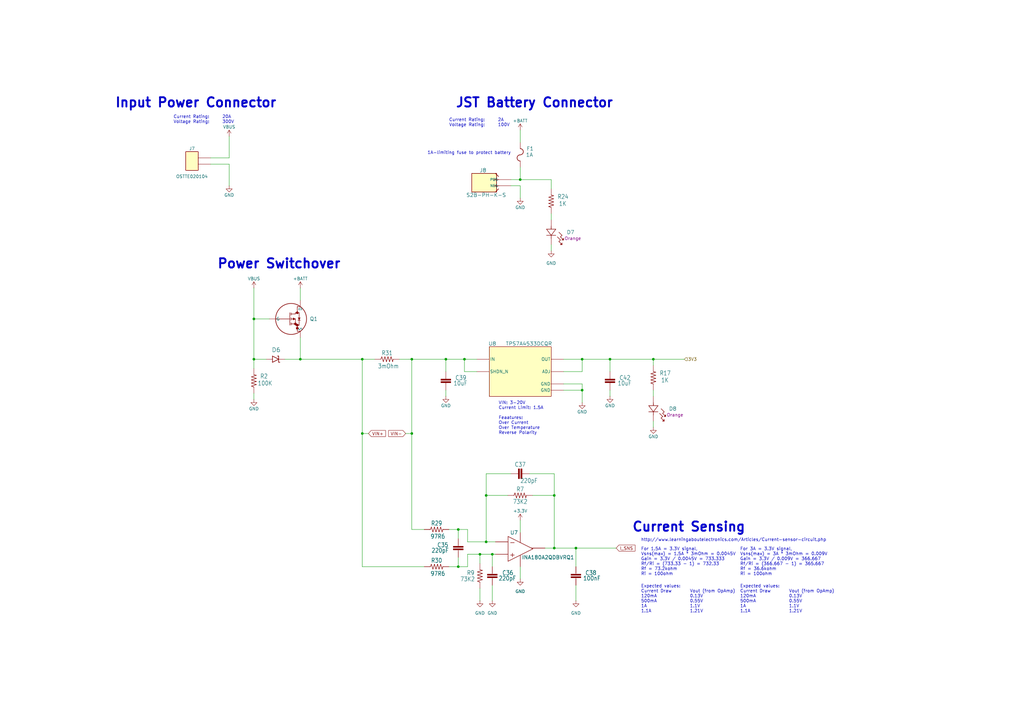
<source format=kicad_sch>
(kicad_sch (version 20250114) (generator "eeschema") (generator_version "9.0")
  (paper "A3")
  (title_block (title "Input Power") (date "2025-04-10") (rev "4") (company "B. Lantau") (comment 1 "PN: 4D083-4258-004"))
  (lib_symbols
    (symbol "C_Ceramic_0603_CL:C_0603_100nF" (pin_numbers (hide yes)) (pin_names (hide yes))
      (property "Reference" "C" (at -0.8599 2.4455 0))
      (property "Value" "100nF" (at -2.0411 -4.699 0))
      (symbol "C_0603_100nF_1_0"
        (polyline (pts (xy -1.27 0) (xy -0.762 0)) (stroke (width 0.1524)))
        (rectangle (start -0.762 -2.032) (end -0.254 2.032) (fill (type outline)))
        (rectangle (start 0.762 -2.032) (end 0.254 2.032) (fill (type outline)))
        (polyline (pts (xy 1.27 0) (xy 0.762 0)) (stroke (width 0.1524)))
        (pin passive line (at -3.81 0 0) (length 2.54) (name "1") (number "1"))
        (pin passive line (at 3.81 0 180) (length 2.54) (name "2") (number "2"))
      )
    )
    (symbol "C_Ceramic_0603_CL:C_0603_10uF" (pin_numbers (hide yes)) (pin_names (hide yes))
      (property "Reference" "C" (at -0.8599 2.4455 0))
      (property "Value" "10uF" (at -2.0411 -4.699 0))
      (symbol "C_0603_10uF_1_0"
        (polyline (pts (xy -1.27 0) (xy -0.762 0)) (stroke (width 0.1524)))
        (rectangle (start -0.762 -2.032) (end -0.254 2.032) (fill (type outline)))
        (rectangle (start 0.762 -2.032) (end 0.254 2.032) (fill (type outline)))
        (polyline (pts (xy 1.27 0) (xy 0.762 0)) (stroke (width 0.1524)))
        (pin passive line (at -3.81 0 0) (length 2.54) (name "1") (number "1"))
        (pin passive line (at 3.81 0 180) (length 2.54) (name "2") (number "2"))
      )
    )
    (symbol "C_Ceramic_0603_CL:C_0603_220pF" (pin_numbers (hide yes)) (pin_names (hide yes))
      (property "Reference" "C" (at -0.8599 2.4455 0))
      (property "Value" "220pF" (at -2.0411 -4.699 0))
      (symbol "C_0603_220pF_1_0"
        (polyline (pts (xy -1.27 0) (xy -0.762 0)) (stroke (width 0.1524)))
        (rectangle (start -0.762 -2.032) (end -0.254 2.032) (fill (type outline)))
        (rectangle (start 0.762 -2.032) (end 0.254 2.032) (fill (type outline)))
        (polyline (pts (xy 1.27 0) (xy 0.762 0)) (stroke (width 0.1524)))
        (pin passive line (at -3.81 0 0) (length 2.54) (name "1") (number "1"))
        (pin passive line (at 3.81 0 180) (length 2.54) (name "2") (number "2"))
      )
    )
    (symbol "Circuit Protection:MF-FSMF050X-2 " (pin_numbers (hide yes)) (pin_names (offset 0.254) (hide yes))
      (property "Reference" "F" (at 0 3.175 0))
      (property "Value" "1A" (at 0 -3.175 0))
      (symbol "MF-FSMF050X-2 _0_1"
        (arc (start -2.54 0) (mid -1.27 1.2645) (end 0 0) (stroke (width 0.254)))
        (arc (start 2.54 0) (mid 1.27 -1.2645) (end 0 0) (stroke (width 0.254)))
        (pin passive line (at -5.08 0 0) (length 2.54) (name "1") (number "1"))
        (pin passive line (at 5.08 0 180) (length 2.54) (name "2") (number "2"))
      )
    )
    (symbol "Connectors - Battery:S2B-PH-K-S" (pin_numbers (hide yes)) (pin_names (offset 0.254))
      (property "Reference" "J" (at 10.16 3.81 0))
      (property "Value" "S2B-PH-K-S" (at 10.16 -7.62 0))
      (symbol "S2B-PH-K-S_0_0"
        (polyline (pts (xy 5.08 1.27) (xy 6.35 2.54)) (stroke (width 0.254)))
        (polyline (pts (xy 5.08 0) (xy 6.985 0)) (stroke (width 0.254)))
        (polyline (pts (xy 5.08 -2.54) (xy 6.985 -2.54)) (stroke (width 0.254)))
        (polyline (pts (xy 5.08 -3.81) (xy 6.35 -5.08)) (stroke (width 0.254)))
        (rectangle (start 5.8737 2.54) (end 16.0338 -5.08) (stroke (width 0.254)) (fill (type background)))
      )
      (symbol "S2B-PH-K-S_1_0"
        (pin passive line (at 0 0 0) (length 5.08) (name "NEG") (number "2"))
        (pin passive line (at 0 -2.54 0) (length 5.08) (name "POS") (number "1"))
      )
      (symbol "S2B-PH-K-S_1_2"
        (polyline (pts (xy 5.08 2.54) (xy 5.08 -5.08)) (stroke (width 0.127)))
        (polyline (pts (xy 5.08 -5.08) (xy 12.7 -5.08)) (stroke (width 0.127)))
        (polyline (pts (xy 7.62 0) (xy 5.08 0)) (stroke (width 0.127)))
        (polyline (pts (xy 7.62 0) (xy 8.89 0.8467)) (stroke (width 0.127)))
        (polyline (pts (xy 7.62 0) (xy 8.89 -0.8467)) (stroke (width 0.127)))
        (polyline (pts (xy 7.62 -2.54) (xy 5.08 -2.54)) (stroke (width 0.127)))
        (polyline (pts (xy 7.62 -2.54) (xy 8.89 -1.6933)) (stroke (width 0.127)))
        (polyline (pts (xy 7.62 -2.54) (xy 8.89 -3.3867)) (stroke (width 0.127)))
        (polyline (pts (xy 12.7 2.54) (xy 5.08 2.54)) (stroke (width 0.127)))
        (polyline (pts (xy 12.7 -5.08) (xy 12.7 2.54)) (stroke (width 0.127)))
        (pin unspecified line (at 0 0 0) (length 5.08) (name "1") (number "1"))
        (pin unspecified line (at 0 -2.54 0) (length 5.08) (name "2") (number "2"))
      )
    )
    (symbol "Diodes:LED_0603_Orange" (pin_numbers (hide yes)) (pin_names (hide yes))
      (property "Reference" "D" (at 0 5.08 0))
      (property "Color" "Orange" (at 0 -16.51 0))
      (symbol "LED_0603_Orange_1_1"
        (polyline (pts (xy -2.54 0) (xy -1.6002 0)) (stroke (width 0.2032)))
        (polyline (pts (xy -1.905 0) (xy -1.27 0)) (stroke (width 0.2032)))
        (polyline (pts (xy -1.27 1.905) (xy -1.27 -1.905)) (stroke (width 0.2032)))
        (polyline (pts (xy -1.27 -1.905) (xy 1.27 0)) (stroke (width 0.2032)))
        (polyline (pts (xy 0 3.175) (xy 1.27 4.445)) (stroke (width 0.2032)))
        (polyline (pts (xy 1.27 4.445) (xy 1.905 3.81)) (stroke (width 0.2032)))
        (polyline (pts (xy 1.27 0) (xy -1.27 1.905)) (stroke (width 0.2032)))
        (polyline (pts (xy 1.27 0) (xy 2.54 0)) (stroke (width 0.2032)))
        (polyline (pts (xy 1.27 -1.905) (xy 1.27 1.905)) (stroke (width 0.2032)))
        (polyline (pts (xy 1.905 3.81) (xy 3.175 5.08)) (stroke (width 0.2032)))
        (polyline (pts (xy 1.905 2.54) (xy 3.175 3.81)) (stroke (width 0.2032)))
        (polyline (pts (xy 2.54 5.08) (xy 3.175 4.445)) (stroke (width 0.2032)))
        (polyline (pts (xy 3.175 5.08) (xy 2.54 5.08)) (stroke (width 0.2032)))
        (polyline (pts (xy 3.175 4.445) (xy 3.175 5.08)) (stroke (width 0.2032)))
        (polyline (pts (xy 3.175 3.81) (xy 3.81 3.175)) (stroke (width 0.2032)))
        (polyline (pts (xy 3.81 3.175) (xy 5.08 4.445)) (stroke (width 0.2032)))
        (polyline (pts (xy 4.445 4.445) (xy 5.08 3.81)) (stroke (width 0.2032)))
        (polyline (pts (xy 5.08 4.445) (xy 4.445 4.445)) (stroke (width 0.2032)))
        (polyline (pts (xy 5.08 3.81) (xy 5.08 4.445)) (stroke (width 0.2032)))
        (pin passive line (at -5.08 0 0) (length 2.54) (name "2") (number "2"))
        (pin passive line (at 5.08 0 180) (length 2.54) (name "1") (number "1"))
      )
    )
    (symbol "Diodes:SK54AHE3-LTP" (pin_numbers (hide yes)) (pin_names (hide yes))
      (property "Reference" "D" (at -1.27 2.54 0))
      (symbol "SK54AHE3-LTP_1_0"
        (polyline (pts (xy -2.54 1.27) (xy -2.54 -1.27)) (stroke (width 0.254)))
        (polyline (pts (xy -2.54 1.27) (xy 0 0)) (stroke (width 0.254)))
        (polyline (pts (xy 0 1.27) (xy -0.4823 1.2703)) (stroke (width 0.254)))
        (polyline (pts (xy 0 1.27) (xy 0 0)) (stroke (width 0.254)))
        (polyline (pts (xy 0 0) (xy -2.54 -1.27)) (stroke (width 0.254)))
        (polyline (pts (xy 0 0) (xy 0 -1.27)) (stroke (width 0.254)))
        (polyline (pts (xy 0 -1.27) (xy 0.4823 -1.2703)) (stroke (width 0.254)))
        (pin passive line (at -5.08 0 0) (length 2.54) (name "2") (number "2"))
        (pin passive line (at 2.54 0 180) (length 2.54) (name "1") (number "1"))
      )
    )
    (symbol "IC - Regulators (Linear):TPS7A4533DCQR" (pin_numbers (hide yes)) (pin_names (offset 0.254))
      (property "Reference" "U" (at 5.842 6.35 0))
      (property "Value" "TPS7A4533DCQR" (at 21.336 6.35 0))
      (symbol "TPS7A4533DCQR_1_1"
        (rectangle (start 5.08 5.08) (end 30.48 -15.24) (stroke (width 0.2032)) (fill (type background)))
        (pin power_in line (at 0 0 0) (length 5.08) (name "IN") (number "2"))
        (pin passive line (at 0 -5.08 0) (length 5.08) (name "SHDN_N") (number "1"))
        (pin power_out line (at 35.56 0 180) (length 5.08) (name "OUT") (number "4"))
        (pin passive line (at 35.56 -5.08 180) (length 5.08) (name "ADJ") (number "5"))
        (pin passive line (at 35.56 -10.16 180) (length 5.08) (name "GND") (number "3"))
        (pin passive line (at 35.56 -12.7 180) (length 5.08) (name "GND") (number "6"))
      )
    )
    (symbol "Op-Amps:INA180A2QDBVRQ1" (pin_numbers (hide yes)) (pin_names (offset 0.254) (hide yes))
      (property "Reference" "U" (at -2.54 6.35 0))
      (property "Value" "INA180A2QDBVRQ1" (at 12.7 -3.81 0))
      (symbol "INA180A2QDBVRQ1_0_1"
        (polyline (pts (xy -4.9787 4.7601) (xy -4.9787 -5.3999)) (stroke (width 0.2032)))
        (polyline (pts (xy -4.9787 4.7601) (xy 5.1813 -0.3199)) (stroke (width 0.2032)))
        (polyline (pts (xy -4.9787 -5.3999) (xy 5.1813 -0.3199)) (stroke (width 0.2032)))
        (polyline (pts (xy -3.9627 2.2201) (xy -2.4387 2.2201)) (stroke (width 0.2032)))
        (polyline (pts (xy -3.9627 -2.8599) (xy -2.4387 -2.8599)) (stroke (width 0.2032)))
        (polyline (pts (xy -3.2007 -2.0979) (xy -3.2007 -3.6219)) (stroke (width 0.2032)))
        (pin passive line (at -10.16 2.54 0) (length 5.08) (name "IN-") (number "4"))
        (pin passive line (at -10.16 -2.54 0) (length 5.08) (name "IN+") (number "3"))
        (pin passive line (at 0 6.35 270) (length 4.064) (name "V+") (number "5"))
        (pin passive line (at 0 -7.62 90) (length 4.572) (name "V-") (number "2"))
        (pin passive line (at 10.16 0 180) (length 5.588) (name "OUT") (number "1"))
      )
    )
    (symbol "R_0603_RMCF:R_0603_RMCF_100K" (pin_numbers (hide yes)) (pin_names (hide yes))
      (property "Reference" "R" (at -0.8054 1.519 0))
      (property "Value" "100K" (at -1.524 -3.81 0))
      (symbol "R_0603_RMCF_100K_1_0"
        (polyline (pts (xy -2.54 0) (xy -2.159 1.016)) (stroke (width 0.2032)))
        (polyline (pts (xy -2.159 1.016) (xy -1.524 -1.016)) (stroke (width 0.2032)))
        (polyline (pts (xy -1.524 -1.016) (xy -0.889 1.016)) (stroke (width 0.2032)))
        (polyline (pts (xy -0.889 1.016) (xy -0.254 -1.016)) (stroke (width 0.2032)))
        (polyline (pts (xy -0.254 -1.016) (xy 0.381 1.016)) (stroke (width 0.2032)))
        (polyline (pts (xy 0.381 1.016) (xy 1.016 -1.016)) (stroke (width 0.2032)))
        (polyline (pts (xy 1.016 -1.016) (xy 1.651 1.016)) (stroke (width 0.2032)))
        (polyline (pts (xy 1.651 1.016) (xy 2.286 -1.016)) (stroke (width 0.2032)))
        (polyline (pts (xy 2.286 -1.016) (xy 2.54 0)) (stroke (width 0.2032)))
        (pin passive line (at -5.08 0 0) (length 2.54) (name "1") (number "1"))
        (pin passive line (at 5.08 0 180) (length 2.54) (name "2") (number "2"))
      )
    )
    (symbol "R_0603_RMCF:R_0603_RMCF_1K" (pin_numbers (hide yes)) (pin_names (hide yes))
      (property "Reference" "R" (at -0.8054 1.519 0))
      (property "Value" "1K" (at -1.524 -3.81 0))
      (symbol "R_0603_RMCF_1K_1_0"
        (polyline (pts (xy -2.54 0) (xy -2.159 1.016)) (stroke (width 0.2032)))
        (polyline (pts (xy -2.159 1.016) (xy -1.524 -1.016)) (stroke (width 0.2032)))
        (polyline (pts (xy -1.524 -1.016) (xy -0.889 1.016)) (stroke (width 0.2032)))
        (polyline (pts (xy -0.889 1.016) (xy -0.254 -1.016)) (stroke (width 0.2032)))
        (polyline (pts (xy -0.254 -1.016) (xy 0.381 1.016)) (stroke (width 0.2032)))
        (polyline (pts (xy 0.381 1.016) (xy 1.016 -1.016)) (stroke (width 0.2032)))
        (polyline (pts (xy 1.016 -1.016) (xy 1.651 1.016)) (stroke (width 0.2032)))
        (polyline (pts (xy 1.651 1.016) (xy 2.286 -1.016)) (stroke (width 0.2032)))
        (polyline (pts (xy 2.286 -1.016) (xy 2.54 0)) (stroke (width 0.2032)))
        (pin passive line (at -5.08 0 0) (length 2.54) (name "1") (number "1"))
        (pin passive line (at 5.08 0 180) (length 2.54) (name "2") (number "2"))
      )
    )
    (symbol "R_0603_RMCF:R_0603_RMCF_73K2" (pin_numbers (hide yes)) (pin_names (hide yes))
      (property "Reference" "R" (at -0.8054 1.519 0))
      (property "Value" "73K2" (at -2.032 -3.81 0))
      (symbol "R_0603_RMCF_73K2_1_0"
        (polyline (pts (xy -2.54 0) (xy -2.159 1.016)) (stroke (width 0.2032)))
        (polyline (pts (xy -2.159 1.016) (xy -1.524 -1.016)) (stroke (width 0.2032)))
        (polyline (pts (xy -1.524 -1.016) (xy -0.889 1.016)) (stroke (width 0.2032)))
        (polyline (pts (xy -0.889 1.016) (xy -0.254 -1.016)) (stroke (width 0.2032)))
        (polyline (pts (xy -0.254 -1.016) (xy 0.381 1.016)) (stroke (width 0.2032)))
        (polyline (pts (xy 0.381 1.016) (xy 1.016 -1.016)) (stroke (width 0.2032)))
        (polyline (pts (xy 1.016 -1.016) (xy 1.651 1.016)) (stroke (width 0.2032)))
        (polyline (pts (xy 1.651 1.016) (xy 2.286 -1.016)) (stroke (width 0.2032)))
        (polyline (pts (xy 2.286 -1.016) (xy 2.54 0)) (stroke (width 0.2032)))
        (pin passive line (at -5.08 0 0) (length 2.54) (name "1") (number "1"))
        (pin passive line (at 5.08 0 180) (length 2.54) (name "2") (number "2"))
      )
    )
    (symbol "Specialized Resistors:R_1206_3mOhm" (pin_numbers (hide yes)) (pin_names (hide yes))
      (property "Reference" "R" (at -0.7749 1.7058 0))
      (property "Value" "3mOhm" (at -4.0572 -3.7615 0))
      (symbol "R_1206_3mOhm_1_0"
        (polyline (pts (xy -2.54 0) (xy -2.159 1.016)) (stroke (width 0.2032)))
        (polyline (pts (xy -2.159 1.016) (xy -1.524 -1.016)) (stroke (width 0.2032)))
        (polyline (pts (xy -1.524 -1.016) (xy -0.889 1.016)) (stroke (width 0.2032)))
        (polyline (pts (xy -0.889 1.016) (xy -0.254 -1.016)) (stroke (width 0.2032)))
        (polyline (pts (xy -0.254 -1.016) (xy 0.381 1.016)) (stroke (width 0.2032)))
        (polyline (pts (xy 0.381 1.016) (xy 1.016 -1.016)) (stroke (width 0.2032)))
        (polyline (pts (xy 1.016 -1.016) (xy 1.651 1.016)) (stroke (width 0.2032)))
        (polyline (pts (xy 1.651 1.016) (xy 2.286 -1.016)) (stroke (width 0.2032)))
        (polyline (pts (xy 2.286 -1.016) (xy 2.54 0)) (stroke (width 0.2032)))
        (pin passive line (at -5.08 0 0) (length 2.54) (name "1") (number "1"))
        (pin passive line (at 5.08 0 180) (length 2.54) (name "2") (number "2"))
      )
    )
    (symbol "Specialized Resistors:R_1206_97R6" (pin_numbers (hide yes)) (pin_names (hide yes))
      (property "Reference" "R" (at -0.7749 1.7058 0))
      (property "Value" "97R6" (at -4.0572 -3.7615 0))
      (symbol "R_1206_97R6_1_0"
        (polyline (pts (xy -2.54 0) (xy -2.159 1.016)) (stroke (width 0.2032)))
        (polyline (pts (xy -2.159 1.016) (xy -1.524 -1.016)) (stroke (width 0.2032)))
        (polyline (pts (xy -1.524 -1.016) (xy -0.889 1.016)) (stroke (width 0.2032)))
        (polyline (pts (xy -0.889 1.016) (xy -0.254 -1.016)) (stroke (width 0.2032)))
        (polyline (pts (xy -0.254 -1.016) (xy 0.381 1.016)) (stroke (width 0.2032)))
        (polyline (pts (xy 0.381 1.016) (xy 1.016 -1.016)) (stroke (width 0.2032)))
        (polyline (pts (xy 1.016 -1.016) (xy 1.651 1.016)) (stroke (width 0.2032)))
        (polyline (pts (xy 1.651 1.016) (xy 2.286 -1.016)) (stroke (width 0.2032)))
        (polyline (pts (xy 2.286 -1.016) (xy 2.54 0)) (stroke (width 0.2032)))
        (pin passive line (at -5.08 0 0) (length 2.54) (name "1") (number "1"))
        (pin passive line (at 5.08 0 180) (length 2.54) (name "2") (number "2"))
      )
    )
    (symbol "Terminal Blocks:OSTTE020104" (pin_numbers (hide yes)) (pin_names (hide yes))
      (property "Reference" "J" (at 0 6.35 0))
      (property "Value" "OSTTE020104" (at 0 -3.81 0))
      (symbol "OSTTE020104_1_0"
        (pin passive line (at 7.62 2.54 180) (length 5.08) (name "1") (number "1"))
        (pin passive line (at 7.62 0 180) (length 5.08) (name "2") (number "2"))
      )
      (symbol "OSTTE020104_1_1"
        (rectangle (start -2.54 5.08) (end 2.54 -2.54) (stroke (width 0.254)) (fill (type background)))
      )
    )
    (symbol "Transistors:DMP3099L-7" (pin_numbers (hide yes)) (pin_names (offset 0.254))
      (property "Reference" "Q" (at 0 10.16 0))
      (symbol "DMP3099L-7_0_1"
        (polyline (pts (xy -6.35 0) (xy -0.508 0)) (stroke (width 0.2032)))
        (polyline (pts (xy -0.508 -2.54) (xy -0.508 2.54)) (stroke (width 0.2032)))
        (polyline (pts (xy 0 2.032) (xy 1.778 2.032)) (stroke (width 0.2032)))
        (polyline (pts (xy 0 1.524) (xy 0 2.54)) (stroke (width 0.2032)))
        (polyline (pts (xy 0 0) (xy 1.778 0)) (stroke (width 0.2032)))
        (circle (center 0 0) (radius 6.35) (stroke (width 0.254)))
        (polyline (pts (xy 0 -0.508) (xy 0 0.508)) (stroke (width 0.2032)))
        (polyline (pts (xy 0 -2.032) (xy 1.778 -2.032)) (stroke (width 0.2032)))
        (polyline (pts (xy 0 -2.54) (xy 0 -1.524)) (stroke (width 0.2032)))
        (polyline (pts (xy 0.762 0.508) (xy 1.778 0) (xy 0.762 -0.508)) (stroke (width 0.0254)) (fill (type outline)))
        (polyline (pts (xy 1.778 2.54) (xy 3.302 2.54)) (stroke (width 0.2032)))
        (polyline (pts (xy 1.778 2.032) (xy 1.778 2.54)) (stroke (width 0.2032)))
        (circle (center 1.778 -2.032) (radius 0.0254) (stroke (width 0.508)))
        (polyline (pts (xy 1.778 -2.54) (xy 1.778 0)) (stroke (width 0.2032)))
        (polyline (pts (xy 1.778 -2.54) (xy 3.302 -2.54)) (stroke (width 0.2032)))
        (polyline (pts (xy 2.54 5.08) (xy 2.54 2.54)) (stroke (width 0.2032)))
        (polyline (pts (xy 2.54 5.08) (xy 3.81 5.08)) (stroke (width 0.2032)))
        (circle (center 2.54 2.54) (radius 0.0254) (stroke (width 0.508)))
        (circle (center 2.54 -2.54) (radius 0.0254) (stroke (width 0.508)))
        (circle (center 2.54 -3.81) (radius 0.0254) (stroke (width 0.508)))
        (polyline (pts (xy 2.54 -5.08) (xy 2.54 -2.54)) (stroke (width 0.2032)))
        (polyline (pts (xy 2.54 -5.08) (xy 3.81 -5.08)) (stroke (width 0.2032)))
        (polyline (pts (xy 2.794 0.508) (xy 3.81 0.508) (xy 3.302 -0.508)) (stroke (width 0.0254)) (fill (type outline)))
        (polyline (pts (xy 2.794 -0.508) (xy 3.81 -0.508)) (stroke (width 0.2032)))
        (polyline (pts (xy 3.302 -2.54) (xy 3.302 2.54)) (stroke (width 0.2032)))
        (pin passive line (at -8.89 0 0) (length 2.54) (name "G") (number "1"))
        (pin passive line (at 3.81 7.62 270) (length 2.54) (name "D") (number "3"))
        (pin passive line (at 3.81 -7.62 90) (length 2.54) (name "S") (number "2"))
      )
    )
    (symbol "power:+3.3V" (power) (pin_numbers (hide yes)) (pin_names (offset 0) (hide yes))
      (property "Value" "+3.3V" (at 0 3.556 0))
      (symbol "+3.3V_0_1"
        (polyline (pts (xy -0.762 1.27) (xy 0 2.54)))
        (polyline (pts (xy 0 2.54) (xy 0.762 1.27)))
        (polyline (pts (xy 0 0) (xy 0 2.54)))
      )
      (symbol "+3.3V_1_1"
        (pin power_in line (at 0 0 90) (length 0) (name "~") (number "1"))
      )
    )
    (symbol "power:+BATT" (power) (pin_numbers (hide yes)) (pin_names (offset 0) (hide yes))
      (property "Value" "+BATT" (at 0 3.556 0))
      (symbol "+BATT_0_1"
        (polyline (pts (xy -0.762 1.27) (xy 0 2.54)))
        (polyline (pts (xy 0 2.54) (xy 0.762 1.27)))
        (polyline (pts (xy 0 0) (xy 0 2.54)))
      )
      (symbol "+BATT_1_1"
        (pin power_in line (at 0 0 90) (length 0) (name "~") (number "1"))
      )
    )
    (symbol "power:GND" (power) (pin_numbers (hide yes)) (pin_names (offset 0) (hide yes))
      (property "Value" "GND" (at 0 -3.81 0))
      (symbol "GND_0_1"
        (polyline (pts (xy 0 0) (xy 0 -1.27) (xy 1.27 -1.27) (xy 0 -2.54) (xy -1.27 -1.27) (xy 0 -1.27)))
      )
      (symbol "GND_1_1"
        (pin power_in line (at 0 0 270) (length 0) (name "~") (number "1"))
      )
    )
    (symbol "power:VBUS" (power) (pin_numbers (hide yes)) (pin_names (offset 0) (hide yes))
      (property "Value" "VBUS" (at 0 3.556 0))
      (symbol "VBUS_0_1"
        (polyline (pts (xy -0.762 1.27) (xy 0 2.54)))
        (polyline (pts (xy 0 2.54) (xy 0.762 1.27)))
        (polyline (pts (xy 0 0) (xy 0 2.54)))
      )
      (symbol "VBUS_1_1"
        (pin power_in line (at 0 0 90) (length 0) (name "~") (number "1"))
      )
    )
  )
  (text "http://www.learningaboutelectronics.com/Articles/Current-sensor-circuit.php" (at 262.89 222.25 0) (effects (font (size 1.27 1.27)) (justify left bottom)))
  (text "VIN: 3-20V\nCurrent Limit: 1.5A\n\nFeaatures:\nOver Current\nOver Temperature\nReverse Polarity" (at 204.47 171.45 0) (effects (font (size 1.27 1.27)) (justify left)))
  (text "1A-limiting fuse to protect battery" (at 175.26 63.5 0) (effects (font (size 1.27 1.27)) (justify left bottom)))
  (text "Expected values:\nCurrent Draw	Vout (from OpAmp)\n120mA			0.13V\n500mA			0.55V\n1A				1.1V\n1.1A			1.21V" (at 303.53 251.46 0) (effects (font (size 1.27 1.27)) (justify left bottom)))
  (text "Expected values:\nCurrent Draw	Vout (from OpAmp)\n120mA			0.13V\n500mA			0.55V\n1A				1.1V\n1.1A			1.21V" (at 262.89 251.46 0) (effects (font (size 1.27 1.27)) (justify left bottom)))
  (text "For 1.5A = 3.3V signal,\nVsns(max) = 1.5A * 3mOhm = 0.0045V\nGain = 3.3V / 0.0045V = 733.333\nRf/Ri = (733.33 - 1) = 732.33\nRf = 73.2kohm\nRi = 100ohm" (at 262.89 236.22 0) (effects (font (size 1.27 1.27)) (justify left bottom)))
  (text "Power Switchover" (at 88.9 110.49 0) (effects (font (size 3.81 3.81) (thickness 0.762) (bold yes)) (justify left bottom)))
  (text "For 3A = 3.3V signal,\nVsns(max) = 3A * 3mOhm = 0.009V\nGain = 3.3V / 0.009V = 366.667\nRf/Ri = (366.667 - 1) = 365.667\nRf = 36.6kohm\nRi = 100ohm" (at 303.53 236.22 0) (effects (font (size 1.27 1.27)) (justify left bottom)))
  (text "Current Rating:	2A\nVoltage Rating:	100V" (at 184.15 52.07 0) (effects (font (size 1.27 1.27)) (justify left bottom)))
  (text "Current Rating:	20A\nVoltage Rating:	300V" (at 71.12 50.8 0) (effects (font (size 1.27 1.27)) (justify left bottom)))
  (text "JST Battery Connector" (at 186.69 44.45 0) (effects (font (size 3.81 3.81) (thickness 0.762) (bold yes)) (justify left bottom)))
  (text "Current Sensing" (at 259.08 218.44 0) (effects (font (size 3.81 3.81) (thickness 0.762) (bold yes)) (justify left bottom)))
  (text "Input Power Connector" (at 46.99 44.45 0) (effects (font (size 3.81 3.81) (thickness 0.762) (bold yes)) (justify left bottom)))
  (junction (at 213.36 73.66))
  (junction (at 199.39 203.2))
  (junction (at 148.59 177.8))
  (junction (at 250.19 147.32))
  (junction (at 201.93 227.33))
  (junction (at 168.91 177.8))
  (junction (at 190.5 147.32))
  (junction (at 267.97 147.32))
  (junction (at 187.96 232.41))
  (junction (at 104.14 130.81))
  (junction (at 227.33 224.79))
  (junction (at 168.91 147.32))
  (junction (at 104.14 147.32))
  (junction (at 148.59 147.32))
  (junction (at 238.76 160.02))
  (junction (at 187.96 217.17))
  (junction (at 238.76 147.32))
  (junction (at 182.88 147.32))
  (junction (at 227.33 203.2))
  (junction (at 199.39 222.25))
  (junction (at 236.22 224.79))
  (junction (at 123.19 147.32))
  (junction (at 196.85 227.33))
  (wire (pts (xy 267.97 147.32) (xy 267.97 149.86)))
  (wire (pts (xy 199.39 203.2) (xy 208.28 203.2)))
  (wire (pts (xy 123.19 147.32) (xy 123.19 138.43)))
  (wire (pts (xy 187.96 217.17) (xy 187.96 220.98)))
  (wire (pts (xy 116.84 147.32) (xy 123.19 147.32)))
  (wire (pts (xy 163.83 147.32) (xy 168.91 147.32)))
  (wire (pts (xy 213.36 68.58) (xy 213.36 73.66)))
  (wire (pts (xy 104.14 118.11) (xy 104.14 130.81)))
  (wire (pts (xy 213.36 76.2) (xy 209.55 76.2)))
  (wire (pts (xy 93.98 55.88) (xy 93.98 64.77)))
  (wire (pts (xy 199.39 194.31) (xy 199.39 203.2)))
  (wire (pts (xy 226.06 87.63) (xy 226.06 90.17)))
  (wire (pts (xy 148.59 232.41) (xy 173.99 232.41)))
  (wire (pts (xy 267.97 160.02) (xy 267.97 162.56)))
  (wire (pts (xy 213.36 58.42) (xy 213.36 53.34)))
  (wire (pts (xy 203.2 227.33) (xy 201.93 227.33)))
  (wire (pts (xy 209.55 194.31) (xy 199.39 194.31)))
  (wire (pts (xy 104.14 147.32) (xy 109.22 147.32)))
  (wire (pts (xy 231.14 160.02) (xy 238.76 160.02)))
  (wire (pts (xy 250.19 147.32) (xy 250.19 152.4)))
  (wire (pts (xy 190.5 152.4) (xy 190.5 147.32)))
  (wire (pts (xy 227.33 194.31) (xy 227.33 203.2)))
  (wire (pts (xy 201.93 227.33) (xy 201.93 232.41)))
  (wire (pts (xy 226.06 100.33) (xy 226.06 102.87)))
  (wire (pts (xy 148.59 147.32) (xy 153.67 147.32)))
  (wire (pts (xy 196.85 227.33) (xy 196.85 231.14)))
  (wire (pts (xy 236.22 224.79) (xy 236.22 232.41)))
  (wire (pts (xy 227.33 203.2) (xy 227.33 224.79)))
  (wire (pts (xy 199.39 222.25) (xy 203.2 222.25)))
  (wire (pts (xy 231.14 152.4) (xy 238.76 152.4)))
  (wire (pts (xy 184.15 217.17) (xy 187.96 217.17)))
  (wire (pts (xy 213.36 232.41) (xy 213.36 237.49)))
  (wire (pts (xy 190.5 147.32) (xy 195.58 147.32)))
  (wire (pts (xy 148.59 177.8) (xy 148.59 232.41)))
  (wire (pts (xy 250.19 147.32) (xy 267.97 147.32)))
  (wire (pts (xy 231.14 147.32) (xy 238.76 147.32)))
  (wire (pts (xy 104.14 161.29) (xy 104.14 163.83)))
  (wire (pts (xy 123.19 147.32) (xy 148.59 147.32)))
  (wire (pts (xy 201.93 227.33) (xy 196.85 227.33)))
  (wire (pts (xy 238.76 147.32) (xy 250.19 147.32)))
  (wire (pts (xy 184.15 232.41) (xy 187.96 232.41)))
  (wire (pts (xy 196.85 241.3) (xy 196.85 246.38)))
  (wire (pts (xy 236.22 224.79) (xy 252.73 224.79)))
  (wire (pts (xy 168.91 217.17) (xy 173.99 217.17)))
  (wire (pts (xy 93.98 67.31) (xy 93.98 76.2)))
  (wire (pts (xy 148.59 177.8) (xy 151.13 177.8)))
  (wire (pts (xy 187.96 228.6) (xy 187.96 232.41)))
  (wire (pts (xy 148.59 147.32) (xy 148.59 177.8)))
  (wire (pts (xy 196.85 227.33) (xy 191.77 227.33)))
  (wire (pts (xy 201.93 240.03) (xy 201.93 246.38)))
  (wire (pts (xy 226.06 77.47) (xy 226.06 73.66)))
  (wire (pts (xy 191.77 222.25) (xy 199.39 222.25)))
  (wire (pts (xy 182.88 160.02) (xy 182.88 162.56)))
  (wire (pts (xy 250.19 160.02) (xy 250.19 162.56)))
  (wire (pts (xy 168.91 147.32) (xy 168.91 177.8)))
  (wire (pts (xy 187.96 232.41) (xy 191.77 232.41)))
  (wire (pts (xy 199.39 203.2) (xy 199.39 222.25)))
  (wire (pts (xy 182.88 147.32) (xy 190.5 147.32)))
  (wire (pts (xy 213.36 213.36) (xy 213.36 218.44)))
  (wire (pts (xy 86.36 67.31) (xy 93.98 67.31)))
  (wire (pts (xy 168.91 147.32) (xy 182.88 147.32)))
  (wire (pts (xy 209.55 73.66) (xy 213.36 73.66)))
  (wire (pts (xy 213.36 76.2) (xy 213.36 81.28)))
  (wire (pts (xy 191.77 227.33) (xy 191.77 232.41)))
  (wire (pts (xy 227.33 224.79) (xy 236.22 224.79)))
  (wire (pts (xy 187.96 217.17) (xy 191.77 217.17)))
  (wire (pts (xy 86.36 64.77) (xy 93.98 64.77)))
  (wire (pts (xy 238.76 152.4) (xy 238.76 147.32)))
  (wire (pts (xy 104.14 147.32) (xy 104.14 151.13)))
  (wire (pts (xy 166.37 177.8) (xy 168.91 177.8)))
  (wire (pts (xy 168.91 177.8) (xy 168.91 217.17)))
  (wire (pts (xy 123.19 118.11) (xy 123.19 123.19)))
  (wire (pts (xy 191.77 217.17) (xy 191.77 222.25)))
  (wire (pts (xy 227.33 203.2) (xy 218.44 203.2)))
  (wire (pts (xy 236.22 240.03) (xy 236.22 246.38)))
  (wire (pts (xy 267.97 147.32) (xy 280.67 147.32)))
  (wire (pts (xy 223.52 224.79) (xy 227.33 224.79)))
  (wire (pts (xy 182.88 147.32) (xy 182.88 152.4)))
  (wire (pts (xy 231.14 157.48) (xy 238.76 157.48)))
  (wire (pts (xy 104.14 130.81) (xy 104.14 147.32)))
  (wire (pts (xy 195.58 152.4) (xy 190.5 152.4)))
  (wire (pts (xy 238.76 160.02) (xy 238.76 165.1)))
  (wire (pts (xy 104.14 130.81) (xy 110.49 130.81)))
  (wire (pts (xy 267.97 172.72) (xy 267.97 175.26)))
  (wire (pts (xy 238.76 157.48) (xy 238.76 160.02)))
  (wire (pts (xy 226.06 73.66) (xy 213.36 73.66)))
  (wire (pts (xy 217.17 194.31) (xy 227.33 194.31)))
  (global_label "VIN+" (shape input) (at 151.13 177.8 0) (property "Intersheetrefs" "${INTERSHEET_REFS}" (effects (hide yes))))
  (global_label "I_SNS" (shape input) (at 252.73 224.79 0) (property "Intersheetrefs" "${INTERSHEET_REFS}" (effects (hide yes))))
  (global_label "VIN-" (shape input) (at 166.37 177.8 180) (property "Intersheetrefs" "${INTERSHEET_REFS}" (effects (hide yes))))
  (hierarchical_label "3V3" (shape input) (at 280.67 147.32 0))
  (symbol (lib_id "Transistors:DMP3099L-7") (at 119.38 130.81 0) (unit 1)
    (property "Reference" "Q1" (at 127 130.8099 0) (effects (font (size 1.524 1.524)) (justify left)))
    (property "Footprint" "Custom_Microcontroller:DMP3099L-7" (effects (hide yes)))
    (property "Datasheet" "https://www.diodes.com/assets/Datasheets/DMP3099L.pdf" (effects (hide yes)))
    (property "Description" "MOSFET P-CH 30V 3.8A SOT23" (effects (hide yes)))
    (property "Part Number" "DMP3099L-7" (effects (hide yes)))
    (property "Manufacturer" "Diodes" (effects (hide yes)))
  )
  (symbol (lib_id "power:VBUS") (at 93.98 55.88 0) (unit 1)
    (property "Reference" "#PWR05" (effects (hide yes)))
    (property "Value" "VBUS" (at 93.98 52.07 0))
    (property "Description" "Power symbol creates a global label with name \"VBUS\"" (effects (hide yes)))
  )
  (symbol (lib_id "Connectors - Battery:S2B-PH-K-S") (at 209.55 76.2 180) (unit 1)
    (property "Reference" "J8" (at 198.12 69.85 0) (effects (font (size 1.524 1.524))))
    (property "Value" "S2B-PH-K-S" (at 199.39 80.01 0) (effects (font (size 1.524 1.524))))
    (property "Footprint" "Custom_Microcontroller:S2B-PH-K-S" (effects (hide yes)))
    (property "Datasheet" "https://www.jst-mfg.com/product/pdf/eng/ePH.pdf" (effects (hide yes)))
    (property "Description" "CONN HEADER R/A 2POS 2MM" (effects (hide yes)))
    (property "Part Number" "S2B-PH-K-S" (effects (hide yes)))
    (property "Manufacturer" "JST" (effects (hide yes)))
  )
  (symbol (lib_id "power:+3.3V") (at 213.36 213.36 0) (unit 1)
    (property "Reference" "#PWR015" (effects (hide yes)))
    (property "Value" "+3.3V" (at 213.36 209.55 0))
    (property "Description" "Power symbol creates a global label with name \"+3.3V\"" (effects (hide yes)))
  )
  (symbol (lib_id "C_Ceramic_0603_CL:C_0603_10uF") (at 250.19 156.21 90) (unit 1)
    (property "Reference" "C42" (at 254 154.94 90) (effects (font (size 1.778 1.5113)) (justify right)))
    (property "Value" "10uF" (at 259.08 156.21 90) (effects (font (size 1.778 1.5113)) (justify left bottom)))
    (property "Footprint" "Custom_Microcontroller:C_0603" (effects (hide yes)))
    (property "Part Number" "CL10A106MA8NRNC" (effects (hide yes)))
    (property "Manufacturer" "Samsung" (effects (hide yes)))
    (property "Rating" "25V" (effects (hide yes)))
  )
  (symbol (lib_id "power:GND") (at 182.88 162.56 0) (unit 1)
    (property "Reference" "#PWR012" (effects (hide yes)))
    (property "Value" "GND" (at 182.88 166.37 0))
    (property "Description" "Power symbol creates a global label with name \"GND\" , ground" (effects (hide yes)))
  )
  (symbol (lib_id "C_Ceramic_0603_CL:C_0603_10uF") (at 182.88 156.21 90) (unit 1)
    (property "Reference" "C39" (at 186.69 154.94 90) (effects (font (size 1.778 1.5113)) (justify right)))
    (property "Value" "10uF" (at 191.77 156.21 90) (effects (font (size 1.778 1.5113)) (justify left bottom)))
    (property "Footprint" "Custom_Microcontroller:C_0603" (effects (hide yes)))
    (property "Part Number" "CL10A106MA8NRNC" (effects (hide yes)))
    (property "Manufacturer" "Samsung" (effects (hide yes)))
    (property "Rating" "25V" (effects (hide yes)))
  )
  (symbol (lib_id "C_Ceramic_0603_CL:C_0603_220pF") (at 213.36 194.31 0) (unit 1)
    (property "Reference" "C37" (at 213.36 190.5 0) (effects (font (size 1.778 1.5113))))
    (property "Value" "220pF" (at 213.36 198.12 0) (effects (font (size 1.778 1.5113)) (justify left bottom)))
    (property "Footprint" "Custom_Microcontroller:C_0603" (effects (hide yes)))
    (property "Part Number" "CL10B221KB8NFNC" (effects (hide yes)))
    (property "Manufacturer" "Samsung" (effects (hide yes)))
    (property "Rating" "50V" (effects (hide yes)))
    (property "Alt Part Number" "C0603C221J5HACAUTO" (effects (hide yes)))
  )
  (symbol (lib_id "Diodes:LED_0603_Orange") (at 226.06 95.25 270) (unit 1)
    (property "Reference" "D7" (at 232.41 95.2499 90) (effects (font (size 1.524 1.524)) (justify left)))
    (property "Footprint" "Custom_Microcontroller:LED_0603" (effects (hide yes)))
    (property "Datasheet" "https://optoelectronics.liteon.com/upload/download/DS22-2000-228/LTST-C191KGKT.PDF" (effects (hide yes)))
    (property "Description" "LED ORANGE CLEAR SMD" (effects (hide yes)))
    (property "Part Number" "LTST-C191KFKT" (effects (hide yes)))
    (property "Manufacturer" "Lite-On Inc." (effects (hide yes)))
    (property "Color" "Orange" (at 234.95 97.79 90))
  )
  (symbol (lib_id "Diodes:LED_0603_Orange") (at 267.97 167.64 270) (unit 1)
    (property "Reference" "D8" (at 274.32 167.6399 90) (effects (font (size 1.524 1.524)) (justify left)))
    (property "Footprint" "Custom_Microcontroller:LED_0603" (effects (hide yes)))
    (property "Datasheet" "https://optoelectronics.liteon.com/upload/download/DS22-2000-228/LTST-C191KGKT.PDF" (effects (hide yes)))
    (property "Description" "LED ORANGE CLEAR SMD" (effects (hide yes)))
    (property "Part Number" "LTST-C191KFKT" (effects (hide yes)))
    (property "Manufacturer" "Lite-On Inc." (effects (hide yes)))
    (property "Color" "Orange" (at 276.86 170.18 90))
  )
  (symbol (lib_id "power:GND") (at 213.36 237.49 0) (unit 1)
    (property "Reference" "#PWR012" (effects (hide yes)))
    (property "Value" "GND" (at 213.36 242.57 0))
    (property "Description" "Power symbol creates a global label with name \"GND\" , ground" (effects (hide yes)))
  )
  (symbol (lib_id "power:GND") (at 267.97 175.26 0) (unit 1)
    (property "Reference" "#PWR07" (effects (hide yes)))
    (property "Value" "GND" (at 267.97 179.07 0))
    (property "Description" "Power symbol creates a global label with name \"GND\" , ground" (effects (hide yes)))
  )
  (symbol (lib_id "power:+BATT") (at 213.36 53.34 0) (unit 1)
    (property "Reference" "#PWR06" (effects (hide yes)))
    (property "Value" "+BATT" (at 213.36 49.53 0))
    (property "Description" "Power symbol creates a global label with name \"+BATT\"" (effects (hide yes)))
  )
  (symbol (lib_id "C_Ceramic_0603_CL:C_0603_100nF") (at 236.22 236.22 90) (unit 1)
    (property "Reference" "C38" (at 240.03 234.95 90) (effects (font (size 1.778 1.5113)) (justify right)))
    (property "Value" "100nF" (at 246.38 236.22 90) (effects (font (size 1.778 1.5113)) (justify left bottom)))
    (property "Footprint" "Custom_Microcontroller:C_0603" (effects (hide yes)))
    (property "Part Number" "CL10B104KB8NNNC" (effects (hide yes)))
    (property "Manufacturer" "Samsung" (effects (hide yes)))
    (property "Rating" "50V" (effects (hide yes)))
  )
  (symbol (lib_id "Specialized Resistors:R_1206_97R6") (at 179.07 232.41 0) (unit 1)
    (property "Reference" "R30" (at 179.07 229.87 0) (effects (font (size 1.778 1.5113))))
    (property "Value" "97R6" (at 176.53 236.22 0) (effects (font (size 1.778 1.5113)) (justify left bottom)))
    (property "Footprint" "Custom_Microcontroller:R_1206" (effects (hide yes)))
    (property "Description" "RES 97.6 OHM 1% 1/4W 1206" (effects (hide yes)))
    (property "Part Number" "RK73H2BTTD97R6F" (effects (hide yes)))
    (property "Manufacturer" "KOA Speer" (effects (hide yes)))
    (property "Rating" "1/4W" (effects (hide yes)))
  )
  (symbol (lib_id "C_Ceramic_0603_CL:C_0603_220pF") (at 201.93 236.22 270) (mirror x) (unit 1)
    (property "Reference" "C36" (at 208.28 234.95 90) (effects (font (size 1.778 1.5113))))
    (property "Value" "220pF" (at 204.47 236.22 90) (effects (font (size 1.778 1.5113)) (justify left bottom)))
    (property "Footprint" "Custom_Microcontroller:C_0603" (effects (hide yes)))
    (property "Part Number" "CL10B221KB8NFNC" (effects (hide yes)))
    (property "Manufacturer" "Samsung" (effects (hide yes)))
    (property "Rating" "50V" (effects (hide yes)))
    (property "Alt Part Number" "C0603C221J5HACAUTO" (effects (hide yes)))
  )
  (symbol (lib_id "power:GND") (at 213.36 81.28 0) (mirror y) (unit 1)
    (property "Reference" "#PWR023" (effects (hide yes)))
    (property "Value" "GND" (at 213.36 85.09 0))
    (property "Description" "Power symbol creates a global label with name \"GND\" , ground" (effects (hide yes)))
  )
  (symbol (lib_id "R_0603_RMCF:R_0603_RMCF_1K") (at 226.06 82.55 90) (unit 1)
    (property "Reference" "R24" (at 228.6 80.645 90) (effects (font (size 1.778 1.5113)) (justify right)))
    (property "Value" "1K" (at 232.41 82.55 90) (effects (font (size 1.778 1.5113)) (justify left bottom)))
    (property "Footprint" "Custom_Microcontroller:R_0603" (effects (hide yes)))
    (property "Part Number" "RMCF0603FT1K00" (effects (hide yes)))
    (property "Manufacturer" "Stackpole" (effects (hide yes)))
    (property "Rating" "1/10W" (effects (hide yes)))
  )
  (symbol (lib_id "Specialized Resistors:R_1206_3mOhm") (at 158.75 147.32 0) (unit 1)
    (property "Reference" "R31" (at 158.75 144.78 0) (effects (font (size 1.778 1.5113))))
    (property "Value" "3mOhm" (at 154.94 151.13 0) (effects (font (size 1.778 1.5113)) (justify left bottom)))
    (property "Footprint" "Custom_Microcontroller:R_1206" (effects (hide yes)))
    (property "Description" "RES 0.003 OHM 1% 1W 1206" (effects (hide yes)))
    (property "Part Number" "PMR18EZPFV3L00" (effects (hide yes)))
    (property "Manufacturer" "Rohm Semiconductor" (effects (hide yes)))
    (property "Rating" "1W" (effects (hide yes)))
  )
  (symbol (lib_id "R_0603_RMCF:R_0603_RMCF_73K2") (at 213.36 203.2 0) (unit 1)
    (property "Reference" "R7" (at 213.36 200.66 0) (effects (font (size 1.778 1.5113))))
    (property "Value" "73K2" (at 213.36 205.74 0) (effects (font (size 1.778 1.5113))))
    (property "Footprint" "Custom_Microcontroller:R_0603" (effects (hide yes)))
    (property "Part Number" "RMCF0603FT73K2" (effects (hide yes)))
    (property "Manufacturer" "Stackpole" (effects (hide yes)))
    (property "Rating" "1/10W" (effects (hide yes)))
  )
  (symbol (lib_id "IC - Regulators (Linear):TPS7A4533DCQR") (at 195.58 147.32 0) (unit 1)
    (property "Reference" "U8" (at 201.93 140.97 0) (effects (font (size 1.524 1.524))))
    (property "Value" "TPS7A4533DCQR" (at 216.916 140.97 0) (effects (font (size 1.524 1.524))))
    (property "Footprint" "Custom_Microcontroller:TPS7A4533DCQR" (effects (hide yes)))
    (property "Datasheet" "https://www.ti.com/lit/ds/symlink/tps7a45.pdf?HQS=dis-dk-null-digikeymode-dsf-pf-null-wwe&ts=1731295650818" (effects (hide yes)))
    (property "Description" "IC REG LINEAR 3.3V 1.5A SOT223-6" (effects (hide yes)))
    (property "Manufacturer" "Texas Instruments" (effects (hide yes)))
    (property "Part Number" "TPS7A4533DCQR" (effects (hide yes)))
  )
  (symbol (lib_id "Specialized Resistors:R_1206_97R6") (at 179.07 217.17 0) (unit 1)
    (property "Reference" "R29" (at 179.07 214.63 0) (effects (font (size 1.778 1.5113))))
    (property "Value" "97R6" (at 176.53 220.98 0) (effects (font (size 1.778 1.5113)) (justify left bottom)))
    (property "Footprint" "Custom_Microcontroller:R_1206" (effects (hide yes)))
    (property "Description" "RES 97.6 OHM 1% 1/4W 1206" (effects (hide yes)))
    (property "Part Number" "RK73H2BTTD97R6F" (effects (hide yes)))
    (property "Manufacturer" "KOA Speer" (effects (hide yes)))
    (property "Rating" "1/4W" (effects (hide yes)))
  )
  (symbol (lib_id "power:GND") (at 238.76 165.1 0) (unit 1)
    (property "Reference" "#PWR013" (effects (hide yes)))
    (property "Value" "GND" (at 238.76 168.91 0))
    (property "Description" "Power symbol creates a global label with name \"GND\" , ground" (effects (hide yes)))
  )
  (symbol (lib_id "R_0603_RMCF:R_0603_RMCF_100K") (at 104.14 156.21 90) (unit 1)
    (property "Reference" "R2" (at 106.68 154.305 90) (effects (font (size 1.778 1.5113)) (justify right)))
    (property "Value" "100K" (at 111.76 156.21 90) (effects (font (size 1.778 1.5113)) (justify left bottom)))
    (property "Footprint" "Custom_Microcontroller:R_0603" (effects (hide yes)))
    (property "Part Number" "RMCF0603FT100K" (effects (hide yes)))
    (property "Manufacturer" "Stackpole" (effects (hide yes)))
    (property "Rating" "1/10W" (effects (hide yes)))
  )
  (symbol (lib_id "power:GND") (at 201.93 246.38 0) (unit 1)
    (property "Reference" "#PWR012" (effects (hide yes)))
    (property "Value" "GND" (at 201.93 251.46 0))
    (property "Description" "Power symbol creates a global label with name \"GND\" , ground" (effects (hide yes)))
  )
  (symbol (lib_id "power:VBUS") (at 104.14 118.11 0) (unit 1)
    (property "Reference" "#PWR024" (effects (hide yes)))
    (property "Value" "VBUS" (at 104.14 114.3 0))
    (property "Description" "Power symbol creates a global label with name \"VBUS\"" (effects (hide yes)))
  )
  (symbol (lib_id "power:GND") (at 236.22 246.38 0) (unit 1)
    (property "Reference" "#PWR012" (effects (hide yes)))
    (property "Value" "GND" (at 236.22 251.46 0))
    (property "Description" "Power symbol creates a global label with name \"GND\" , ground" (effects (hide yes)))
  )
  (symbol (lib_id "C_Ceramic_0603_CL:C_0603_220pF") (at 187.96 224.79 90) (unit 1)
    (property "Reference" "C35" (at 181.61 223.52 90) (effects (font (size 1.778 1.5113))))
    (property "Value" "220pF" (at 184.15 224.79 90) (effects (font (size 1.778 1.5113)) (justify left bottom)))
    (property "Footprint" "Custom_Microcontroller:C_0603" (effects (hide yes)))
    (property "Part Number" "CL10B221KB8NFNC" (effects (hide yes)))
    (property "Manufacturer" "Samsung" (effects (hide yes)))
    (property "Rating" "50V" (effects (hide yes)))
    (property "Alt Part Number" "C0603C221J5HACAUTO" (effects (hide yes)))
  )
  (symbol (lib_id "power:GND") (at 250.19 162.56 0) (unit 1)
    (property "Reference" "#PWR026" (effects (hide yes)))
    (property "Value" "GND" (at 250.19 166.37 0))
    (property "Description" "Power symbol creates a global label with name \"GND\" , ground" (effects (hide yes)))
  )
  (symbol (lib_id "power:GND") (at 104.14 163.83 0) (unit 1)
    (property "Reference" "#PWR01" (effects (hide yes)))
    (property "Value" "GND" (at 104.14 167.64 0))
    (property "Description" "Power symbol creates a global label with name \"GND\" , ground" (effects (hide yes)))
  )
  (symbol (lib_id "R_0603_RMCF:R_0603_RMCF_1K") (at 267.97 154.94 90) (unit 1)
    (property "Reference" "R17" (at 270.51 153.035 90) (effects (font (size 1.778 1.5113)) (justify right)))
    (property "Value" "1K" (at 274.32 154.94 90) (effects (font (size 1.778 1.5113)) (justify left bottom)))
    (property "Footprint" "Custom_Microcontroller:R_0603" (effects (hide yes)))
    (property "Part Number" "RMCF0603FT1K00" (effects (hide yes)))
    (property "Manufacturer" "Stackpole" (effects (hide yes)))
    (property "Rating" "1/10W" (effects (hide yes)))
  )
  (symbol (lib_id "Terminal Blocks:OSTTE020104") (at 78.74 64.77 0) (mirror x) (unit 1)
    (property "Reference" "J7" (at 78.74 60.96 0))
    (property "Value" "OSTTE020104" (at 78.74 72.39 0))
    (property "Footprint" "Custom_Microcontroller:OSTTE020104" (effects (hide yes)))
    (property "Datasheet" "https://www.on-shore.com/wp-content/uploads/OSTTEXX0104.pdf" (effects (hide yes)))
    (property "Description" "TERM BLK 2POS SIDE ENT 3.5MM PCB" (effects (hide yes)))
    (property "Part Number" "OSTTE020104" (effects (hide yes)))
    (property "Manufacturer" "On Shore Technology" (effects (hide yes)))
    (property "Rating" "10A" (effects (hide yes)))
  )
  (symbol (lib_id "R_0603_RMCF:R_0603_RMCF_73K2") (at 196.85 236.22 90) (unit 1)
    (property "Reference" "R9" (at 193.04 234.95 90) (effects (font (size 1.778 1.5113))))
    (property "Value" "73K2" (at 191.77 237.49 90) (effects (font (size 1.778 1.5113))))
    (property "Footprint" "Custom_Microcontroller:R_0603" (effects (hide yes)))
    (property "Part Number" "RMCF0603FT73K2" (effects (hide yes)))
    (property "Manufacturer" "Stackpole" (effects (hide yes)))
    (property "Rating" "1/10W" (effects (hide yes)))
  )
  (symbol (lib_id "Diodes:SK54AHE3-LTP") (at 114.3 147.32 0) (unit 1)
    (property "Reference" "D6" (at 113.2711 143.51 0) (effects (font (size 1.778 1.778))))
    (property "Footprint" "Custom_Microcontroller:SK54AHE3-LTP" (effects (hide yes)))
    (property "Datasheet" "https://www.mccsemi.com/pdf/Products/SK52AHE3-L-SK510AHE3-L(DO-214AC).pdf" (effects (hide yes)))
    (property "Description" "DIODE SCHOTTKY 40V 5A DO214AC" (effects (hide yes)))
    (property "Part Number" "SK54AHE3-LTP" (effects (hide yes)))
    (property "Manufacturer" "MCC" (effects (hide yes)))
  )
  (symbol (lib_id "power:GND") (at 93.98 76.2 0) (unit 1)
    (property "Reference" "#PWR077" (effects (hide yes)))
    (property "Value" "GND" (at 93.98 80.01 0))
    (property "Description" "Power symbol creates a global label with name \"GND\" , ground" (effects (hide yes)))
  )
  (symbol (lib_id "Circuit Protection:MF-FSMF050X-2 ") (at 213.36 63.5 90) (unit 1)
    (property "Reference" "F1" (at 215.9 60.96 90) (effects (font (size 1.524 1.524)) (justify right)))
    (property "Value" "1A" (at 217.17 63.5 90) (effects (font (size 1.524 1.524))))
    (property "Footprint" "Custom_Microcontroller:MF-FSMF050X-2" (effects (hide yes)))
    (property "Datasheet" "https://www.bourns.com/docs/product-datasheets/mf-fsmf.pdf" (effects (hide yes)))
    (property "Description" "PTC RESET FUSE 6V 500MA 0603" (effects (hide yes)))
    (property "Part Number" "MF-FSMF050X-2 " (effects (hide yes)))
    (property "Manufacturer" "Bourns" (effects (hide yes)))
  )
  (symbol (lib_id "power:GND") (at 196.85 246.38 0) (unit 1)
    (property "Reference" "#PWR012" (effects (hide yes)))
    (property "Value" "GND" (at 196.85 251.46 0))
    (property "Description" "Power symbol creates a global label with name \"GND\" , ground" (effects (hide yes)))
  )
  (symbol (lib_id "Op-Amps:INA180A2QDBVRQ1") (at 213.36 224.79 0) (unit 1)
    (property "Reference" "U7" (at 210.82 218.44 0) (effects (font (size 1.524 1.524))))
    (property "Value" "INA180A2QDBVRQ1" (at 224.79 228.6 0) (effects (font (size 1.524 1.524))))
    (property "Footprint" "Custom_Microcontroller:INA180A2QDBVRQ1" (effects (hide yes)))
    (property "Datasheet" "https://www.ti.com/lit/ds/symlink/ina180-q1.pdf?HQS=dis-dk-null-digikeymode-dsf-pf-null-wwe&ts=1739840538373" (effects (hide yes)))
    (property "Description" "IC CURR SENSE 1 CIRCUIT SOT23-5" (effects (hide yes)))
    (property "Part Number" "INA180A2QDBVRQ1" (effects (hide yes)))
    (property "Manufacturer" "Texas Instruments" (effects (hide yes)))
  )
  (symbol (lib_id "power:+BATT") (at 123.19 118.11 0) (unit 1)
    (property "Reference" "#PWR010" (effects (hide yes)))
    (property "Value" "+BATT" (at 123.19 114.3 0))
    (property "Description" "Power symbol creates a global label with name \"+BATT\"" (effects (hide yes)))
  )
  (symbol (lib_id "power:GND") (at 226.06 102.87 0) (unit 1)
    (property "Reference" "#PWR034" (effects (hide yes)))
    (property "Value" "GND" (at 226.06 107.95 0))
    (property "Description" "Power symbol creates a global label with name \"GND\" , ground" (effects (hide yes)))
  )
)
</source>
